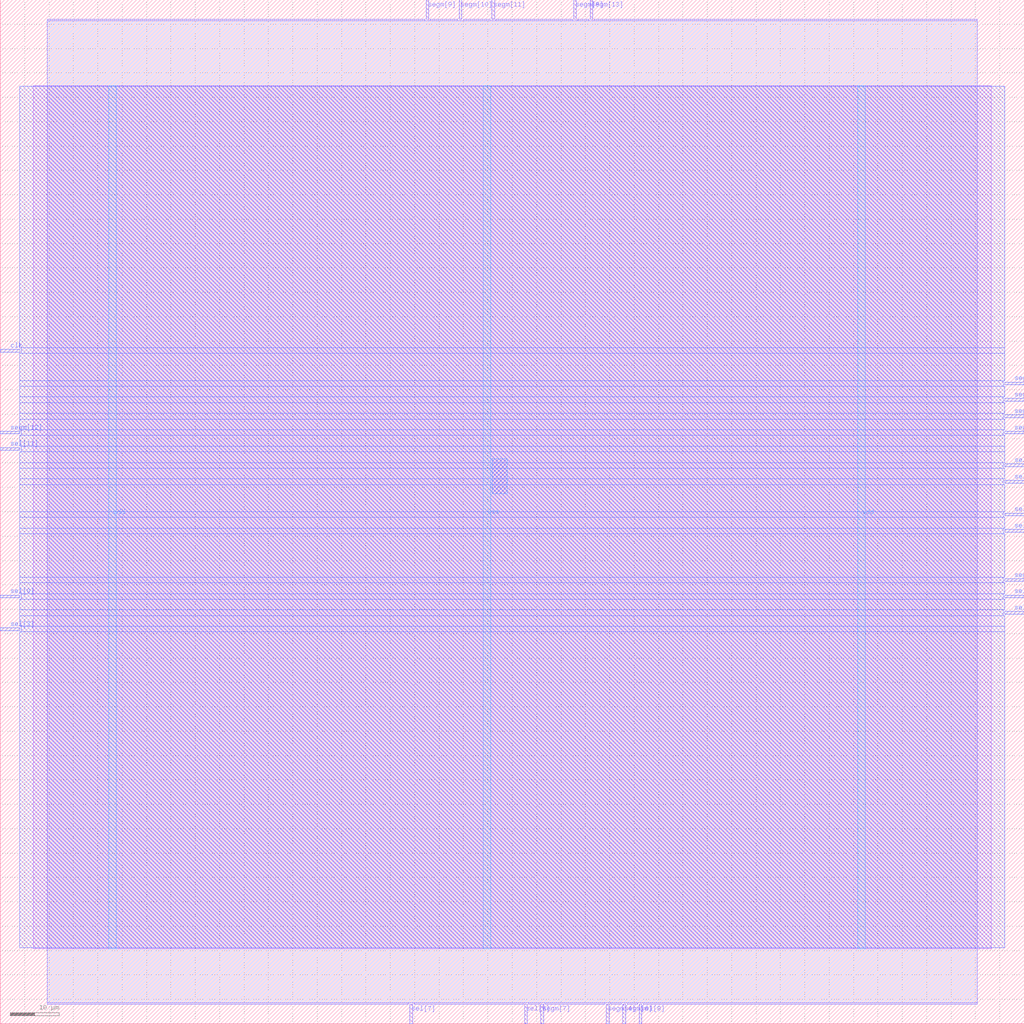
<source format=lef>
VERSION 5.7 ;
  NOWIREEXTENSIONATPIN ON ;
  DIVIDERCHAR "/" ;
  BUSBITCHARS "[]" ;
MACRO ita11
  CLASS BLOCK ;
  FOREIGN ita11 ;
  ORIGIN 0.000 0.000 ;
  SIZE 210.000 BY 210.000 ;
  PIN clk
    DIRECTION INPUT ;
    USE SIGNAL ;
    ANTENNAGATEAREA 4.738000 ;
    ANTENNADIFFAREA 0.410400 ;
    PORT
      LAYER Metal3 ;
        RECT 0.000 137.760 4.000 138.320 ;
    END
  END clk
  PIN segm[0]
    DIRECTION OUTPUT TRISTATE ;
    USE SIGNAL ;
    ANTENNADIFFAREA 4.731200 ;
    PORT
      LAYER Metal3 ;
        RECT 206.000 131.040 210.000 131.600 ;
    END
  END segm[0]
  PIN segm[10]
    DIRECTION OUTPUT TRISTATE ;
    USE SIGNAL ;
    ANTENNADIFFAREA 4.731200 ;
    PORT
      LAYER Metal2 ;
        RECT 94.080 206.000 94.640 210.000 ;
    END
  END segm[10]
  PIN segm[11]
    DIRECTION OUTPUT TRISTATE ;
    USE SIGNAL ;
    ANTENNADIFFAREA 4.731200 ;
    PORT
      LAYER Metal2 ;
        RECT 100.800 206.000 101.360 210.000 ;
    END
  END segm[11]
  PIN segm[12]
    DIRECTION OUTPUT TRISTATE ;
    USE SIGNAL ;
    ANTENNADIFFAREA 4.731200 ;
    PORT
      LAYER Metal3 ;
        RECT 0.000 120.960 4.000 121.520 ;
    END
  END segm[12]
  PIN segm[13]
    DIRECTION OUTPUT TRISTATE ;
    USE SIGNAL ;
    ANTENNADIFFAREA 4.731200 ;
    PORT
      LAYER Metal2 ;
        RECT 120.960 206.000 121.520 210.000 ;
    END
  END segm[13]
  PIN segm[1]
    DIRECTION OUTPUT TRISTATE ;
    USE SIGNAL ;
    ANTENNADIFFAREA 4.731200 ;
    PORT
      LAYER Metal3 ;
        RECT 206.000 90.720 210.000 91.280 ;
    END
  END segm[1]
  PIN segm[2]
    DIRECTION OUTPUT TRISTATE ;
    USE SIGNAL ;
    ANTENNADIFFAREA 4.731200 ;
    PORT
      LAYER Metal3 ;
        RECT 206.000 127.680 210.000 128.240 ;
    END
  END segm[2]
  PIN segm[3]
    DIRECTION OUTPUT TRISTATE ;
    USE SIGNAL ;
    ANTENNADIFFAREA 4.731200 ;
    PORT
      LAYER Metal3 ;
        RECT 206.000 124.320 210.000 124.880 ;
    END
  END segm[3]
  PIN segm[4]
    DIRECTION OUTPUT TRISTATE ;
    USE SIGNAL ;
    ANTENNADIFFAREA 4.731200 ;
    PORT
      LAYER Metal2 ;
        RECT 124.320 0.000 124.880 4.000 ;
    END
  END segm[4]
  PIN segm[5]
    DIRECTION OUTPUT TRISTATE ;
    USE SIGNAL ;
    ANTENNADIFFAREA 4.731200 ;
    PORT
      LAYER Metal3 ;
        RECT 206.000 120.960 210.000 121.520 ;
    END
  END segm[5]
  PIN segm[6]
    DIRECTION OUTPUT TRISTATE ;
    USE SIGNAL ;
    ANTENNADIFFAREA 4.731200 ;
    PORT
      LAYER Metal2 ;
        RECT 127.680 0.000 128.240 4.000 ;
    END
  END segm[6]
  PIN segm[7]
    DIRECTION OUTPUT TRISTATE ;
    USE SIGNAL ;
    ANTENNADIFFAREA 4.731200 ;
    PORT
      LAYER Metal2 ;
        RECT 110.880 0.000 111.440 4.000 ;
    END
  END segm[7]
  PIN segm[8]
    DIRECTION OUTPUT TRISTATE ;
    USE SIGNAL ;
    ANTENNADIFFAREA 4.731200 ;
    PORT
      LAYER Metal2 ;
        RECT 117.600 206.000 118.160 210.000 ;
    END
  END segm[8]
  PIN segm[9]
    DIRECTION OUTPUT TRISTATE ;
    USE SIGNAL ;
    ANTENNADIFFAREA 4.731200 ;
    PORT
      LAYER Metal2 ;
        RECT 87.360 206.000 87.920 210.000 ;
    END
  END segm[9]
  PIN sel[0]
    DIRECTION OUTPUT TRISTATE ;
    USE SIGNAL ;
    ANTENNADIFFAREA 4.731200 ;
    PORT
      LAYER Metal3 ;
        RECT 0.000 87.360 4.000 87.920 ;
    END
  END sel[0]
  PIN sel[10]
    DIRECTION OUTPUT TRISTATE ;
    USE SIGNAL ;
    ANTENNADIFFAREA 4.731200 ;
    PORT
      LAYER Metal3 ;
        RECT 206.000 110.880 210.000 111.440 ;
    END
  END sel[10]
  PIN sel[11]
    DIRECTION OUTPUT TRISTATE ;
    USE SIGNAL ;
    ANTENNADIFFAREA 4.731200 ;
    PORT
      LAYER Metal3 ;
        RECT 0.000 117.600 4.000 118.160 ;
    END
  END sel[11]
  PIN sel[1]
    DIRECTION OUTPUT TRISTATE ;
    USE SIGNAL ;
    ANTENNADIFFAREA 4.731200 ;
    PORT
      LAYER Metal3 ;
        RECT 206.000 100.800 210.000 101.360 ;
    END
  END sel[1]
  PIN sel[2]
    DIRECTION OUTPUT TRISTATE ;
    USE SIGNAL ;
    ANTENNADIFFAREA 4.731200 ;
    PORT
      LAYER Metal3 ;
        RECT 206.000 84.000 210.000 84.560 ;
    END
  END sel[2]
  PIN sel[3]
    DIRECTION OUTPUT TRISTATE ;
    USE SIGNAL ;
    ANTENNADIFFAREA 4.731200 ;
    PORT
      LAYER Metal3 ;
        RECT 0.000 80.640 4.000 81.200 ;
    END
  END sel[3]
  PIN sel[4]
    DIRECTION OUTPUT TRISTATE ;
    USE SIGNAL ;
    ANTENNADIFFAREA 4.731200 ;
    PORT
      LAYER Metal3 ;
        RECT 206.000 114.240 210.000 114.800 ;
    END
  END sel[4]
  PIN sel[5]
    DIRECTION OUTPUT TRISTATE ;
    USE SIGNAL ;
    ANTENNADIFFAREA 4.731200 ;
    PORT
      LAYER Metal2 ;
        RECT 107.520 0.000 108.080 4.000 ;
    END
  END sel[5]
  PIN sel[6]
    DIRECTION OUTPUT TRISTATE ;
    USE SIGNAL ;
    ANTENNADIFFAREA 4.731200 ;
    PORT
      LAYER Metal3 ;
        RECT 206.000 87.360 210.000 87.920 ;
    END
  END sel[6]
  PIN sel[7]
    DIRECTION OUTPUT TRISTATE ;
    USE SIGNAL ;
    ANTENNADIFFAREA 4.731200 ;
    PORT
      LAYER Metal2 ;
        RECT 84.000 0.000 84.560 4.000 ;
    END
  END sel[7]
  PIN sel[8]
    DIRECTION OUTPUT TRISTATE ;
    USE SIGNAL ;
    ANTENNADIFFAREA 4.731200 ;
    PORT
      LAYER Metal2 ;
        RECT 131.040 0.000 131.600 4.000 ;
    END
  END sel[8]
  PIN sel[9]
    DIRECTION OUTPUT TRISTATE ;
    USE SIGNAL ;
    ANTENNADIFFAREA 4.731200 ;
    PORT
      LAYER Metal3 ;
        RECT 206.000 104.160 210.000 104.720 ;
    END
  END sel[9]
  PIN vdd
    DIRECTION INOUT ;
    USE POWER ;
    PORT
      LAYER Metal4 ;
        RECT 22.240 15.380 23.840 192.380 ;
    END
    PORT
      LAYER Metal4 ;
        RECT 175.840 15.380 177.440 192.380 ;
    END
  END vdd
  PIN vss
    DIRECTION INOUT ;
    USE GROUND ;
    PORT
      LAYER Metal4 ;
        RECT 99.040 15.380 100.640 192.380 ;
    END
  END vss
  OBS
      LAYER Metal1 ;
        RECT 6.720 15.380 203.280 192.380 ;
      LAYER Metal2 ;
        RECT 9.660 205.700 87.060 206.000 ;
        RECT 88.220 205.700 93.780 206.000 ;
        RECT 94.940 205.700 100.500 206.000 ;
        RECT 101.660 205.700 117.300 206.000 ;
        RECT 118.460 205.700 120.660 206.000 ;
        RECT 121.820 205.700 200.340 206.000 ;
        RECT 9.660 4.300 200.340 205.700 ;
        RECT 9.660 4.000 83.700 4.300 ;
        RECT 84.860 4.000 107.220 4.300 ;
        RECT 108.380 4.000 110.580 4.300 ;
        RECT 111.740 4.000 124.020 4.300 ;
        RECT 125.180 4.000 127.380 4.300 ;
        RECT 128.540 4.000 130.740 4.300 ;
        RECT 131.900 4.000 200.340 4.300 ;
      LAYER Metal3 ;
        RECT 4.000 138.620 206.000 192.220 ;
        RECT 4.300 137.460 206.000 138.620 ;
        RECT 4.000 131.900 206.000 137.460 ;
        RECT 4.000 130.740 205.700 131.900 ;
        RECT 4.000 128.540 206.000 130.740 ;
        RECT 4.000 127.380 205.700 128.540 ;
        RECT 4.000 125.180 206.000 127.380 ;
        RECT 4.000 124.020 205.700 125.180 ;
        RECT 4.000 121.820 206.000 124.020 ;
        RECT 4.300 120.660 205.700 121.820 ;
        RECT 4.000 118.460 206.000 120.660 ;
        RECT 4.300 117.300 206.000 118.460 ;
        RECT 4.000 115.100 206.000 117.300 ;
        RECT 4.000 113.940 205.700 115.100 ;
        RECT 4.000 111.740 206.000 113.940 ;
        RECT 4.000 110.580 205.700 111.740 ;
        RECT 4.000 105.020 206.000 110.580 ;
        RECT 4.000 103.860 205.700 105.020 ;
        RECT 4.000 101.660 206.000 103.860 ;
        RECT 4.000 100.500 205.700 101.660 ;
        RECT 4.000 91.580 206.000 100.500 ;
        RECT 4.000 90.420 205.700 91.580 ;
        RECT 4.000 88.220 206.000 90.420 ;
        RECT 4.300 87.060 205.700 88.220 ;
        RECT 4.000 84.860 206.000 87.060 ;
        RECT 4.000 83.700 205.700 84.860 ;
        RECT 4.000 81.500 206.000 83.700 ;
        RECT 4.300 80.340 206.000 81.500 ;
        RECT 4.000 15.540 206.000 80.340 ;
      LAYER Metal4 ;
        RECT 100.940 108.730 104.020 115.830 ;
  END
END ita11
END LIBRARY


</source>
